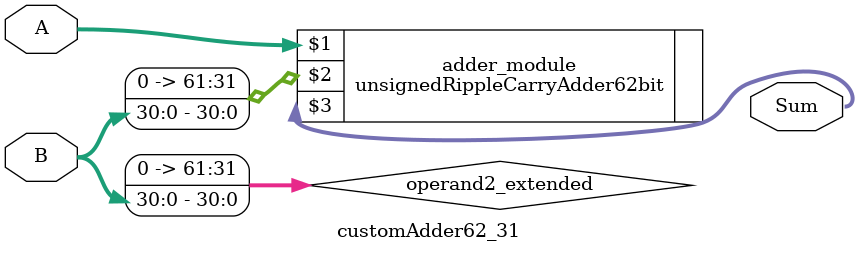
<source format=v>
module customAdder62_31(
                        input [61 : 0] A,
                        input [30 : 0] B,
                        
                        output [62 : 0] Sum
                );

        wire [61 : 0] operand2_extended;
        
        assign operand2_extended =  {31'b0, B};
        
        unsignedRippleCarryAdder62bit adder_module(
            A,
            operand2_extended,
            Sum
        );
        
        endmodule
        
</source>
